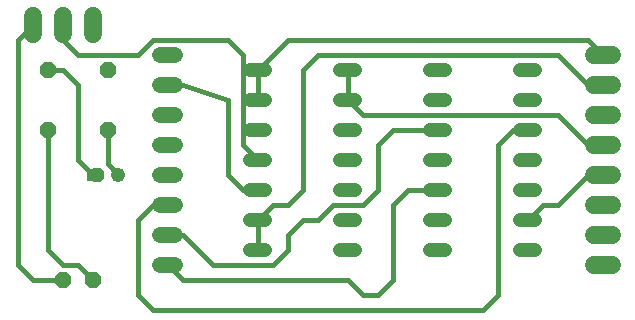
<source format=gbl>
G75*
G70*
%OFA0B0*%
%FSLAX24Y24*%
%IPPOS*%
%LPD*%
%AMOC8*
5,1,8,0,0,1.08239X$1,22.5*
%
%ADD10C,0.0520*%
%ADD11C,0.0600*%
%ADD12C,0.0476*%
%ADD13OC8,0.0520*%
%ADD14OC8,0.0480*%
%ADD15C,0.0480*%
%ADD16C,0.0160*%
%ADD17R,0.0396X0.0396*%
D10*
X006049Y002102D02*
X006569Y002102D01*
X006569Y003102D02*
X006049Y003102D01*
X006049Y004102D02*
X006569Y004102D01*
X006569Y005102D02*
X006049Y005102D01*
X006049Y006102D02*
X006569Y006102D01*
X006569Y007102D02*
X006049Y007102D01*
X006049Y008102D02*
X006569Y008102D01*
X006569Y009102D02*
X006049Y009102D01*
D11*
X003809Y009802D02*
X003809Y010402D01*
X002809Y010402D02*
X002809Y009802D01*
X001809Y009802D02*
X001809Y010402D01*
X020509Y009102D02*
X021109Y009102D01*
X021109Y008102D02*
X020509Y008102D01*
X020509Y007102D02*
X021109Y007102D01*
X021109Y006102D02*
X020509Y006102D01*
X020509Y005102D02*
X021109Y005102D01*
X021109Y004102D02*
X020509Y004102D01*
X020509Y003102D02*
X021109Y003102D01*
X021109Y002102D02*
X020509Y002102D01*
D12*
X018546Y002602D02*
X018071Y002602D01*
X018071Y003602D02*
X018546Y003602D01*
X018546Y004602D02*
X018071Y004602D01*
X018071Y005602D02*
X018546Y005602D01*
X018546Y006602D02*
X018071Y006602D01*
X018071Y007602D02*
X018546Y007602D01*
X018546Y008602D02*
X018071Y008602D01*
X015546Y008602D02*
X015071Y008602D01*
X015071Y007602D02*
X015546Y007602D01*
X015546Y006602D02*
X015071Y006602D01*
X015071Y005602D02*
X015546Y005602D01*
X015546Y004602D02*
X015071Y004602D01*
X015071Y003602D02*
X015546Y003602D01*
X015546Y002602D02*
X015071Y002602D01*
X012546Y002602D02*
X012071Y002602D01*
X012071Y003602D02*
X012546Y003602D01*
X012546Y004602D02*
X012071Y004602D01*
X012071Y005602D02*
X012546Y005602D01*
X012546Y006602D02*
X012071Y006602D01*
X012071Y007602D02*
X012546Y007602D01*
X012546Y008602D02*
X012071Y008602D01*
X009546Y008602D02*
X009071Y008602D01*
X009071Y007602D02*
X009546Y007602D01*
X009546Y006602D02*
X009071Y006602D01*
X009071Y005602D02*
X009546Y005602D01*
X009546Y004602D02*
X009071Y004602D01*
X009071Y003602D02*
X009546Y003602D01*
X009546Y002602D02*
X009071Y002602D01*
D13*
X003809Y001602D03*
X002809Y001602D03*
X002309Y006602D03*
X004309Y006602D03*
X004309Y008602D03*
X002309Y008602D03*
D14*
X003959Y005102D03*
D15*
X004659Y005102D03*
D16*
X002809Y001602D02*
X001809Y001602D01*
X001309Y002102D01*
X001309Y009602D01*
X001809Y010102D01*
X002809Y010102D02*
X002809Y009602D01*
X003309Y009102D01*
X005309Y009102D01*
X005809Y009602D01*
X008309Y009602D01*
X008809Y009102D01*
X008809Y006102D01*
X009309Y005602D01*
X008809Y004602D02*
X008309Y005102D01*
X008309Y007602D01*
X006809Y008102D01*
X006309Y008102D01*
X004309Y006602D02*
X004309Y005452D01*
X004659Y005102D01*
X003959Y005102D02*
X003809Y005102D01*
X003309Y005602D01*
X003309Y008102D01*
X002809Y008602D01*
X002309Y008602D01*
X002309Y006602D02*
X002309Y002602D01*
X002809Y002102D01*
X003309Y002102D01*
X003809Y001602D01*
X005309Y001102D02*
X005809Y000602D01*
X016809Y000602D01*
X017309Y001102D01*
X017309Y006102D01*
X017809Y006602D01*
X018309Y006602D01*
X019309Y007102D02*
X020309Y006102D01*
X020809Y006102D01*
X019309Y007102D02*
X012809Y007102D01*
X012309Y007602D01*
X012309Y008602D01*
X011309Y009102D02*
X019309Y009102D01*
X020309Y008102D01*
X020809Y008102D01*
X020809Y009102D02*
X020309Y009602D01*
X010309Y009602D01*
X009309Y008602D01*
X009309Y007602D01*
X010809Y008602D02*
X011309Y009102D01*
X010809Y008602D02*
X010809Y004602D01*
X010309Y004102D01*
X009809Y004102D01*
X009309Y003602D01*
X009309Y002602D01*
X009809Y002102D02*
X010309Y002602D01*
X010309Y003102D01*
X010809Y003602D01*
X011309Y003602D01*
X011809Y004102D01*
X012809Y004102D01*
X013309Y004602D01*
X013309Y006102D01*
X013809Y006602D01*
X015309Y006602D01*
X015309Y004602D02*
X014309Y004602D01*
X013809Y004102D01*
X013809Y001602D01*
X013309Y001102D01*
X012809Y001102D01*
X012309Y001602D01*
X006809Y001602D01*
X006309Y002102D01*
X006809Y003102D02*
X007809Y002102D01*
X009809Y002102D01*
X006809Y003102D02*
X006309Y003102D01*
X005309Y003602D02*
X005809Y004102D01*
X006309Y004102D01*
X005309Y003602D02*
X005309Y001102D01*
X008809Y004602D02*
X009309Y004602D01*
X018309Y003602D02*
X018809Y004102D01*
X019309Y004102D01*
X020309Y005102D01*
X020809Y005102D01*
D17*
X003809Y005102D03*
M02*

</source>
